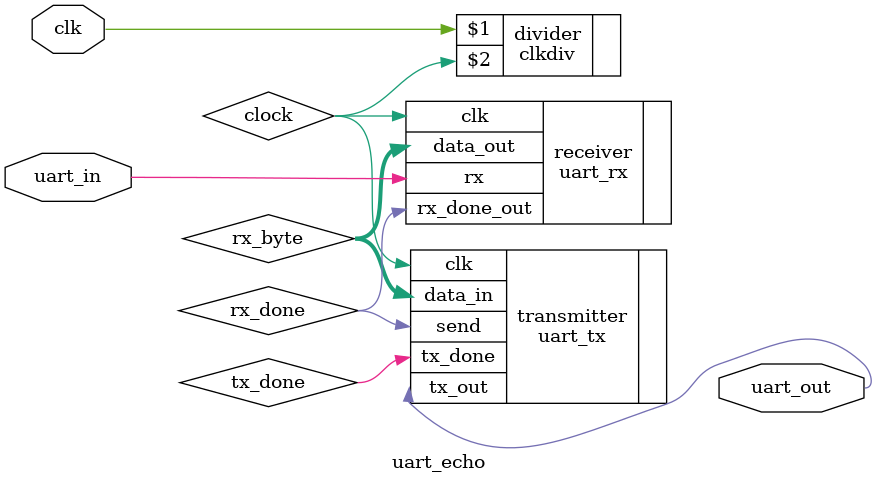
<source format=v>
`timescale 100ns / 10ns

/*
 * uart_echo - Echo module for UART testing. 
 * Receives byte values on uart_rx input, writes them back on uart_tx afterward.
 *
 * Module interface:
 *  - clk requires 100 MHz clock input.
 *  - uart_in connects to UART RX pin of the Arty A7 board.
 *  - uart_out connects to UART TX pin of the Arty A7 board.
 *
 * See uart_echo design constraint file (uart_echo.xdc) for pin IDs.
 */
module uart_echo(
    input clk,
    input uart_in,
    output uart_out
    );

    wire clock;
    wire rx_done;
    wire tx_done;
    wire [7:0] rx_byte;

    clkdiv divider(clk, clock);

    uart_rx receiver(.clk(clock),
                     .rx(uart_in),
                     .rx_done_out(rx_done),
                     .data_out(rx_byte));

    uart_tx transmitter(.clk(clock),
                        .data_in(rx_byte),
                        .send(rx_done),
                        .tx_out(uart_out),
                        .tx_done(tx_done));

endmodule

</source>
